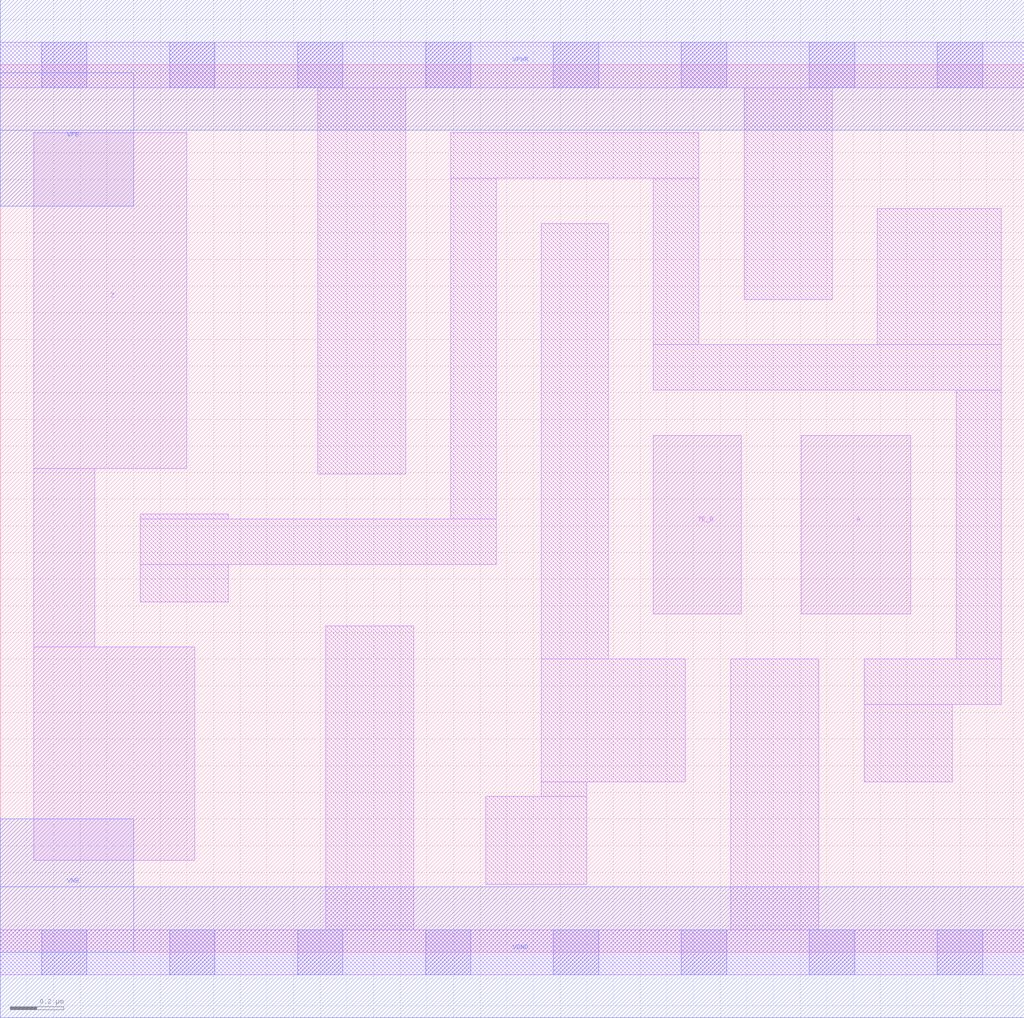
<source format=lef>
# Copyright 2020 The SkyWater PDK Authors
#
# Licensed under the Apache License, Version 2.0 (the "License");
# you may not use this file except in compliance with the License.
# You may obtain a copy of the License at
#
#     https://www.apache.org/licenses/LICENSE-2.0
#
# Unless required by applicable law or agreed to in writing, software
# distributed under the License is distributed on an "AS IS" BASIS,
# WITHOUT WARRANTIES OR CONDITIONS OF ANY KIND, either express or implied.
# See the License for the specific language governing permissions and
# limitations under the License.
#
# SPDX-License-Identifier: Apache-2.0

VERSION 5.5 ;
NAMESCASESENSITIVE ON ;
BUSBITCHARS "[]" ;
DIVIDERCHAR "/" ;
MACRO sky130_fd_sc_lp__ebufn_1
  CLASS CORE ;
  SOURCE USER ;
  ORIGIN  0.000000  0.000000 ;
  SIZE  3.840000 BY  3.330000 ;
  SYMMETRY X Y R90 ;
  SITE unit ;
  PIN A
    ANTENNAGATEAREA  0.159000 ;
    DIRECTION INPUT ;
    USE SIGNAL ;
    PORT
      LAYER li1 ;
        RECT 3.005000 1.270000 3.415000 1.940000 ;
    END
  END A
  PIN TE_B
    ANTENNAGATEAREA  0.348000 ;
    DIRECTION INPUT ;
    USE SIGNAL ;
    PORT
      LAYER li1 ;
        RECT 2.450000 1.270000 2.780000 1.940000 ;
    END
  END TE_B
  PIN Z
    ANTENNADIFFAREA  0.598500 ;
    DIRECTION OUTPUT ;
    USE SIGNAL ;
    PORT
      LAYER li1 ;
        RECT 0.125000 0.345000 0.730000 1.145000 ;
        RECT 0.125000 1.145000 0.355000 1.815000 ;
        RECT 0.125000 1.815000 0.700000 3.075000 ;
    END
  END Z
  PIN VGND
    DIRECTION INOUT ;
    USE GROUND ;
    PORT
      LAYER met1 ;
        RECT 0.000000 -0.245000 3.840000 0.245000 ;
    END
  END VGND
  PIN VNB
    DIRECTION INOUT ;
    USE GROUND ;
    PORT
      LAYER met1 ;
        RECT 0.000000 0.000000 0.500000 0.500000 ;
    END
  END VNB
  PIN VPB
    DIRECTION INOUT ;
    USE POWER ;
    PORT
      LAYER met1 ;
        RECT 0.000000 2.800000 0.500000 3.300000 ;
    END
  END VPB
  PIN VPWR
    DIRECTION INOUT ;
    USE POWER ;
    PORT
      LAYER met1 ;
        RECT 0.000000 3.085000 3.840000 3.575000 ;
    END
  END VPWR
  OBS
    LAYER li1 ;
      RECT 0.000000 -0.085000 3.840000 0.085000 ;
      RECT 0.000000  3.245000 3.840000 3.415000 ;
      RECT 0.525000  1.315000 0.855000 1.455000 ;
      RECT 0.525000  1.455000 1.860000 1.625000 ;
      RECT 0.525000  1.625000 0.855000 1.645000 ;
      RECT 1.190000  1.795000 1.520000 3.245000 ;
      RECT 1.220000  0.085000 1.550000 1.225000 ;
      RECT 1.690000  1.625000 1.860000 2.905000 ;
      RECT 1.690000  2.905000 2.620000 3.075000 ;
      RECT 1.820000  0.255000 2.200000 0.585000 ;
      RECT 2.030000  0.585000 2.200000 0.640000 ;
      RECT 2.030000  0.640000 2.570000 1.100000 ;
      RECT 2.030000  1.100000 2.280000 2.735000 ;
      RECT 2.450000  2.110000 3.755000 2.280000 ;
      RECT 2.450000  2.280000 2.620000 2.905000 ;
      RECT 2.740000  0.085000 3.070000 1.100000 ;
      RECT 2.790000  2.450000 3.120000 3.245000 ;
      RECT 3.240000  0.640000 3.570000 0.930000 ;
      RECT 3.240000  0.930000 3.755000 1.100000 ;
      RECT 3.290000  2.280000 3.755000 2.790000 ;
      RECT 3.585000  1.100000 3.755000 2.110000 ;
    LAYER mcon ;
      RECT 0.155000 -0.085000 0.325000 0.085000 ;
      RECT 0.155000  3.245000 0.325000 3.415000 ;
      RECT 0.635000 -0.085000 0.805000 0.085000 ;
      RECT 0.635000  3.245000 0.805000 3.415000 ;
      RECT 1.115000 -0.085000 1.285000 0.085000 ;
      RECT 1.115000  3.245000 1.285000 3.415000 ;
      RECT 1.595000 -0.085000 1.765000 0.085000 ;
      RECT 1.595000  3.245000 1.765000 3.415000 ;
      RECT 2.075000 -0.085000 2.245000 0.085000 ;
      RECT 2.075000  3.245000 2.245000 3.415000 ;
      RECT 2.555000 -0.085000 2.725000 0.085000 ;
      RECT 2.555000  3.245000 2.725000 3.415000 ;
      RECT 3.035000 -0.085000 3.205000 0.085000 ;
      RECT 3.035000  3.245000 3.205000 3.415000 ;
      RECT 3.515000 -0.085000 3.685000 0.085000 ;
      RECT 3.515000  3.245000 3.685000 3.415000 ;
  END
END sky130_fd_sc_lp__ebufn_1
END LIBRARY

</source>
